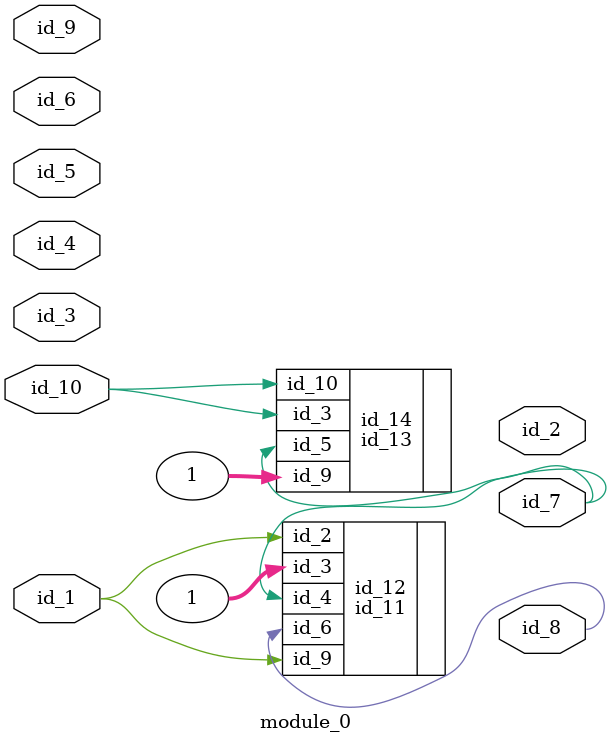
<source format=v>
module module_0 (
    id_1,
    id_2,
    id_3,
    id_4,
    id_5,
    id_6,
    id_7,
    id_8,
    id_9,
    id_10
);
  input id_10;
  input id_9;
  output id_8;
  output id_7;
  input id_6;
  input id_5;
  input id_4;
  input id_3;
  output id_2;
  input id_1;
  id_11 id_12 (
      .id_3(id_4),
      .id_6(id_8),
      .id_4(id_7),
      .id_2(id_1),
      .id_9(id_1),
      .id_3(1)
  );
  id_13 id_14 (
      .id_9 (1),
      .id_3 (id_10),
      .id_10(id_10),
      .id_5 (id_5),
      .id_5 (id_7)
  );
endmodule

</source>
